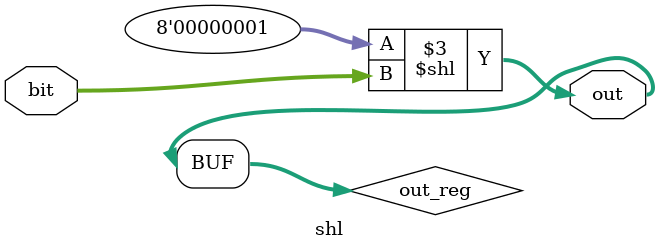
<source format=v>
/*
 * This test is from PR#193
 */

module tshl;

   reg [2:0] bit;
   wire [7:0] shbit;
   integer    i;
   

   shl shl_0(shbit, bit);

   initial begin

      for(i = 0; i < 8; i = i + 1) begin
	 bit <= i[2:0];
	 #1
	    $display("out=%h", shbit);
      end // for (i = 0; i < 8; i = i + 1)
      
      $finish;
   end // initial begin
endmodule
     
module shl(out, bit);
   
   output [7:0] out;
   input [2:0] 	bit;

   reg [7:0] 	out_reg;
      
   always @(bit) begin
      out_reg <= 8'h01 << bit;
      
   end // always @ (bit)

   assign out = out_reg;
   
endmodule // shl


   



</source>
